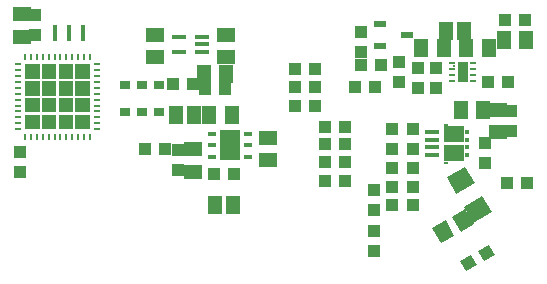
<source format=gbr>
G04 EAGLE Gerber RS-274X export*
G75*
%MOMM*%
%FSLAX34Y34*%
%LPD*%
%INSolderpaste Bottom*%
%IPPOS*%
%AMOC8*
5,1,8,0,0,1.08239X$1,22.5*%
G01*
%ADD10R,0.400000X1.399997*%
%ADD11R,1.100000X1.000000*%
%ADD12R,1.000000X1.100000*%
%ADD13R,1.500000X1.300000*%
%ADD14R,0.254000X0.550000*%
%ADD15R,0.550000X0.254000*%
%ADD16R,1.290000X0.400000*%
%ADD17R,0.460000X0.420000*%
%ADD18R,1.760000X1.390000*%
%ADD19R,0.300000X0.210000*%
%ADD20R,0.500000X0.290000*%
%ADD21R,0.870000X1.700000*%
%ADD22R,0.200000X0.210000*%
%ADD23R,1.200000X0.400000*%
%ADD24R,1.300000X1.500000*%
%ADD25R,1.168400X1.600200*%
%ADD26R,1.600000X1.803000*%
%ADD27R,1.050000X0.600000*%
%ADD28R,0.700000X0.400000*%
%ADD29R,1.750000X2.500000*%
%ADD30R,0.900000X0.800000*%

G36*
X-150350Y115111D02*
X-150350Y115111D01*
X-150348Y115110D01*
X-150305Y115130D01*
X-150261Y115149D01*
X-150261Y115151D01*
X-150259Y115152D01*
X-150226Y115237D01*
X-150226Y127461D01*
X-150227Y127463D01*
X-150226Y127465D01*
X-150246Y127508D01*
X-150264Y127551D01*
X-150266Y127552D01*
X-150267Y127554D01*
X-150352Y127587D01*
X-162576Y127587D01*
X-162578Y127586D01*
X-162580Y127587D01*
X-162623Y127567D01*
X-162667Y127548D01*
X-162667Y127546D01*
X-162669Y127545D01*
X-162702Y127461D01*
X-162702Y115237D01*
X-162701Y115235D01*
X-162702Y115232D01*
X-162682Y115189D01*
X-162664Y115146D01*
X-162662Y115145D01*
X-162661Y115143D01*
X-162576Y115110D01*
X-150352Y115110D01*
X-150350Y115111D01*
G37*
G36*
X-164574Y115111D02*
X-164574Y115111D01*
X-164572Y115110D01*
X-164529Y115130D01*
X-164485Y115149D01*
X-164485Y115151D01*
X-164483Y115152D01*
X-164450Y115237D01*
X-164450Y127461D01*
X-164451Y127463D01*
X-164450Y127465D01*
X-164470Y127508D01*
X-164488Y127551D01*
X-164490Y127552D01*
X-164491Y127554D01*
X-164576Y127587D01*
X-176800Y127587D01*
X-176802Y127586D01*
X-176804Y127587D01*
X-176847Y127567D01*
X-176891Y127548D01*
X-176891Y127546D01*
X-176893Y127545D01*
X-176926Y127461D01*
X-176926Y115237D01*
X-176925Y115235D01*
X-176926Y115232D01*
X-176906Y115189D01*
X-176888Y115146D01*
X-176886Y115145D01*
X-176885Y115143D01*
X-176800Y115110D01*
X-164576Y115110D01*
X-164574Y115111D01*
G37*
G36*
X-178798Y115111D02*
X-178798Y115111D01*
X-178796Y115110D01*
X-178753Y115130D01*
X-178709Y115149D01*
X-178709Y115151D01*
X-178707Y115152D01*
X-178674Y115237D01*
X-178674Y127461D01*
X-178675Y127463D01*
X-178674Y127465D01*
X-178694Y127508D01*
X-178712Y127551D01*
X-178714Y127552D01*
X-178715Y127554D01*
X-178800Y127587D01*
X-191024Y127587D01*
X-191026Y127586D01*
X-191028Y127587D01*
X-191071Y127567D01*
X-191115Y127548D01*
X-191115Y127546D01*
X-191117Y127545D01*
X-191150Y127461D01*
X-191150Y115237D01*
X-191149Y115235D01*
X-191150Y115232D01*
X-191130Y115189D01*
X-191112Y115146D01*
X-191110Y115145D01*
X-191109Y115143D01*
X-191024Y115110D01*
X-178800Y115110D01*
X-178798Y115111D01*
G37*
G36*
X-193022Y115111D02*
X-193022Y115111D01*
X-193020Y115110D01*
X-192977Y115130D01*
X-192933Y115149D01*
X-192933Y115151D01*
X-192931Y115152D01*
X-192898Y115237D01*
X-192898Y127461D01*
X-192899Y127463D01*
X-192898Y127465D01*
X-192918Y127508D01*
X-192936Y127551D01*
X-192938Y127552D01*
X-192939Y127554D01*
X-193024Y127587D01*
X-205248Y127587D01*
X-205250Y127586D01*
X-205252Y127587D01*
X-205295Y127567D01*
X-205339Y127548D01*
X-205339Y127546D01*
X-205341Y127545D01*
X-205374Y127461D01*
X-205374Y115237D01*
X-205373Y115235D01*
X-205374Y115232D01*
X-205354Y115189D01*
X-205336Y115146D01*
X-205334Y115145D01*
X-205333Y115143D01*
X-205248Y115110D01*
X-193024Y115110D01*
X-193022Y115111D01*
G37*
G36*
X-150350Y100887D02*
X-150350Y100887D01*
X-150348Y100886D01*
X-150305Y100906D01*
X-150261Y100925D01*
X-150261Y100927D01*
X-150259Y100928D01*
X-150226Y101013D01*
X-150226Y113237D01*
X-150227Y113239D01*
X-150226Y113241D01*
X-150246Y113284D01*
X-150264Y113327D01*
X-150266Y113328D01*
X-150267Y113330D01*
X-150352Y113363D01*
X-162576Y113363D01*
X-162578Y113362D01*
X-162580Y113363D01*
X-162623Y113343D01*
X-162667Y113324D01*
X-162667Y113322D01*
X-162669Y113321D01*
X-162702Y113237D01*
X-162702Y101013D01*
X-162701Y101011D01*
X-162702Y101008D01*
X-162682Y100965D01*
X-162664Y100922D01*
X-162662Y100921D01*
X-162661Y100919D01*
X-162576Y100886D01*
X-150352Y100886D01*
X-150350Y100887D01*
G37*
G36*
X-193022Y100887D02*
X-193022Y100887D01*
X-193020Y100886D01*
X-192977Y100906D01*
X-192933Y100925D01*
X-192933Y100927D01*
X-192931Y100928D01*
X-192898Y101013D01*
X-192898Y113237D01*
X-192899Y113239D01*
X-192898Y113241D01*
X-192918Y113284D01*
X-192936Y113327D01*
X-192938Y113328D01*
X-192939Y113330D01*
X-193024Y113363D01*
X-205248Y113363D01*
X-205250Y113362D01*
X-205252Y113363D01*
X-205295Y113343D01*
X-205339Y113324D01*
X-205339Y113322D01*
X-205341Y113321D01*
X-205374Y113237D01*
X-205374Y101013D01*
X-205373Y101011D01*
X-205374Y101008D01*
X-205354Y100965D01*
X-205336Y100922D01*
X-205334Y100921D01*
X-205333Y100919D01*
X-205248Y100886D01*
X-193024Y100886D01*
X-193022Y100887D01*
G37*
G36*
X-178798Y100887D02*
X-178798Y100887D01*
X-178796Y100886D01*
X-178753Y100906D01*
X-178709Y100925D01*
X-178709Y100927D01*
X-178707Y100928D01*
X-178674Y101013D01*
X-178674Y113237D01*
X-178675Y113239D01*
X-178674Y113241D01*
X-178694Y113284D01*
X-178712Y113327D01*
X-178714Y113328D01*
X-178715Y113330D01*
X-178800Y113363D01*
X-191024Y113363D01*
X-191026Y113362D01*
X-191028Y113363D01*
X-191071Y113343D01*
X-191115Y113324D01*
X-191115Y113322D01*
X-191117Y113321D01*
X-191150Y113237D01*
X-191150Y101013D01*
X-191149Y101011D01*
X-191150Y101008D01*
X-191130Y100965D01*
X-191112Y100922D01*
X-191110Y100921D01*
X-191109Y100919D01*
X-191024Y100886D01*
X-178800Y100886D01*
X-178798Y100887D01*
G37*
G36*
X-164574Y100887D02*
X-164574Y100887D01*
X-164572Y100886D01*
X-164529Y100906D01*
X-164485Y100925D01*
X-164485Y100927D01*
X-164483Y100928D01*
X-164450Y101013D01*
X-164450Y113237D01*
X-164451Y113239D01*
X-164450Y113241D01*
X-164470Y113284D01*
X-164488Y113327D01*
X-164490Y113328D01*
X-164491Y113330D01*
X-164576Y113363D01*
X-176800Y113363D01*
X-176802Y113362D01*
X-176804Y113363D01*
X-176847Y113343D01*
X-176891Y113324D01*
X-176891Y113322D01*
X-176893Y113321D01*
X-176926Y113237D01*
X-176926Y101013D01*
X-176925Y101011D01*
X-176926Y101008D01*
X-176906Y100965D01*
X-176888Y100922D01*
X-176886Y100921D01*
X-176885Y100919D01*
X-176800Y100886D01*
X-164576Y100886D01*
X-164574Y100887D01*
G37*
G36*
X-178798Y86663D02*
X-178798Y86663D01*
X-178796Y86662D01*
X-178753Y86682D01*
X-178709Y86701D01*
X-178709Y86703D01*
X-178707Y86704D01*
X-178674Y86789D01*
X-178674Y99013D01*
X-178675Y99015D01*
X-178674Y99017D01*
X-178694Y99060D01*
X-178712Y99103D01*
X-178714Y99104D01*
X-178715Y99106D01*
X-178800Y99139D01*
X-191024Y99139D01*
X-191026Y99138D01*
X-191028Y99139D01*
X-191071Y99119D01*
X-191115Y99100D01*
X-191115Y99098D01*
X-191117Y99097D01*
X-191150Y99013D01*
X-191150Y86789D01*
X-191149Y86787D01*
X-191150Y86784D01*
X-191130Y86741D01*
X-191112Y86698D01*
X-191110Y86697D01*
X-191109Y86695D01*
X-191024Y86662D01*
X-178800Y86662D01*
X-178798Y86663D01*
G37*
G36*
X-150350Y86663D02*
X-150350Y86663D01*
X-150348Y86662D01*
X-150305Y86682D01*
X-150261Y86701D01*
X-150261Y86703D01*
X-150259Y86704D01*
X-150226Y86789D01*
X-150226Y99013D01*
X-150227Y99015D01*
X-150226Y99017D01*
X-150246Y99060D01*
X-150264Y99103D01*
X-150266Y99104D01*
X-150267Y99106D01*
X-150352Y99139D01*
X-162576Y99139D01*
X-162578Y99138D01*
X-162580Y99139D01*
X-162623Y99119D01*
X-162667Y99100D01*
X-162667Y99098D01*
X-162669Y99097D01*
X-162702Y99013D01*
X-162702Y86789D01*
X-162701Y86787D01*
X-162702Y86784D01*
X-162682Y86741D01*
X-162664Y86698D01*
X-162662Y86697D01*
X-162661Y86695D01*
X-162576Y86662D01*
X-150352Y86662D01*
X-150350Y86663D01*
G37*
G36*
X-164574Y86663D02*
X-164574Y86663D01*
X-164572Y86662D01*
X-164529Y86682D01*
X-164485Y86701D01*
X-164485Y86703D01*
X-164483Y86704D01*
X-164450Y86789D01*
X-164450Y99013D01*
X-164451Y99015D01*
X-164450Y99017D01*
X-164470Y99060D01*
X-164488Y99103D01*
X-164490Y99104D01*
X-164491Y99106D01*
X-164576Y99139D01*
X-176800Y99139D01*
X-176802Y99138D01*
X-176804Y99139D01*
X-176847Y99119D01*
X-176891Y99100D01*
X-176891Y99098D01*
X-176893Y99097D01*
X-176926Y99013D01*
X-176926Y86789D01*
X-176925Y86787D01*
X-176926Y86784D01*
X-176906Y86741D01*
X-176888Y86698D01*
X-176886Y86697D01*
X-176885Y86695D01*
X-176800Y86662D01*
X-164576Y86662D01*
X-164574Y86663D01*
G37*
G36*
X-193022Y86663D02*
X-193022Y86663D01*
X-193020Y86662D01*
X-192977Y86682D01*
X-192933Y86701D01*
X-192933Y86703D01*
X-192931Y86704D01*
X-192898Y86789D01*
X-192898Y99013D01*
X-192899Y99015D01*
X-192898Y99017D01*
X-192918Y99060D01*
X-192936Y99103D01*
X-192938Y99104D01*
X-192939Y99106D01*
X-193024Y99139D01*
X-205248Y99139D01*
X-205250Y99138D01*
X-205252Y99139D01*
X-205295Y99119D01*
X-205339Y99100D01*
X-205339Y99098D01*
X-205341Y99097D01*
X-205374Y99013D01*
X-205374Y86789D01*
X-205373Y86787D01*
X-205374Y86784D01*
X-205354Y86741D01*
X-205336Y86698D01*
X-205334Y86697D01*
X-205333Y86695D01*
X-205248Y86662D01*
X-193024Y86662D01*
X-193022Y86663D01*
G37*
G36*
X-164574Y72439D02*
X-164574Y72439D01*
X-164572Y72438D01*
X-164529Y72458D01*
X-164485Y72477D01*
X-164485Y72479D01*
X-164483Y72480D01*
X-164450Y72565D01*
X-164450Y84789D01*
X-164451Y84791D01*
X-164450Y84793D01*
X-164470Y84836D01*
X-164488Y84879D01*
X-164490Y84880D01*
X-164491Y84882D01*
X-164576Y84915D01*
X-176800Y84915D01*
X-176802Y84914D01*
X-176804Y84915D01*
X-176847Y84895D01*
X-176891Y84876D01*
X-176891Y84874D01*
X-176893Y84873D01*
X-176926Y84789D01*
X-176926Y72565D01*
X-176925Y72563D01*
X-176926Y72560D01*
X-176906Y72517D01*
X-176888Y72474D01*
X-176886Y72473D01*
X-176885Y72471D01*
X-176800Y72438D01*
X-164576Y72438D01*
X-164574Y72439D01*
G37*
G36*
X-178798Y72439D02*
X-178798Y72439D01*
X-178796Y72438D01*
X-178753Y72458D01*
X-178709Y72477D01*
X-178709Y72479D01*
X-178707Y72480D01*
X-178674Y72565D01*
X-178674Y84789D01*
X-178675Y84791D01*
X-178674Y84793D01*
X-178694Y84836D01*
X-178712Y84879D01*
X-178714Y84880D01*
X-178715Y84882D01*
X-178800Y84915D01*
X-191024Y84915D01*
X-191026Y84914D01*
X-191028Y84915D01*
X-191071Y84895D01*
X-191115Y84876D01*
X-191115Y84874D01*
X-191117Y84873D01*
X-191150Y84789D01*
X-191150Y72565D01*
X-191149Y72563D01*
X-191150Y72560D01*
X-191130Y72517D01*
X-191112Y72474D01*
X-191110Y72473D01*
X-191109Y72471D01*
X-191024Y72438D01*
X-178800Y72438D01*
X-178798Y72439D01*
G37*
G36*
X-193022Y72439D02*
X-193022Y72439D01*
X-193020Y72438D01*
X-192977Y72458D01*
X-192933Y72477D01*
X-192933Y72479D01*
X-192931Y72480D01*
X-192898Y72565D01*
X-192898Y84789D01*
X-192899Y84791D01*
X-192898Y84793D01*
X-192918Y84836D01*
X-192936Y84879D01*
X-192938Y84880D01*
X-192939Y84882D01*
X-193024Y84915D01*
X-205248Y84915D01*
X-205250Y84914D01*
X-205252Y84915D01*
X-205295Y84895D01*
X-205339Y84876D01*
X-205339Y84874D01*
X-205341Y84873D01*
X-205374Y84789D01*
X-205374Y72565D01*
X-205373Y72563D01*
X-205374Y72560D01*
X-205354Y72517D01*
X-205336Y72474D01*
X-205334Y72473D01*
X-205333Y72471D01*
X-205248Y72438D01*
X-193024Y72438D01*
X-193022Y72439D01*
G37*
G36*
X-150350Y72439D02*
X-150350Y72439D01*
X-150348Y72438D01*
X-150305Y72458D01*
X-150261Y72477D01*
X-150261Y72479D01*
X-150259Y72480D01*
X-150226Y72565D01*
X-150226Y84789D01*
X-150227Y84791D01*
X-150226Y84793D01*
X-150246Y84836D01*
X-150264Y84879D01*
X-150266Y84880D01*
X-150267Y84882D01*
X-150352Y84915D01*
X-162576Y84915D01*
X-162578Y84914D01*
X-162580Y84915D01*
X-162623Y84895D01*
X-162667Y84876D01*
X-162667Y84874D01*
X-162669Y84873D01*
X-162702Y84789D01*
X-162702Y72565D01*
X-162701Y72563D01*
X-162702Y72560D01*
X-162682Y72517D01*
X-162664Y72474D01*
X-162662Y72473D01*
X-162661Y72471D01*
X-162576Y72438D01*
X-150352Y72438D01*
X-150350Y72439D01*
G37*
D10*
X-156275Y153988D03*
X-168275Y153988D03*
X-180275Y153988D03*
D11*
X-209550Y35950D03*
X-209550Y52950D03*
D12*
X-196850Y151838D03*
X-196850Y168838D03*
D13*
X-207963Y150838D03*
X-207963Y169838D03*
D14*
X-205307Y133813D03*
X-200306Y133813D03*
X-195304Y133813D03*
X-190303Y133813D03*
X-185302Y133813D03*
X-180301Y133813D03*
X-175299Y133813D03*
X-170298Y133813D03*
X-165297Y133813D03*
X-160296Y133813D03*
X-155294Y133813D03*
X-150293Y133813D03*
D15*
X-144000Y127520D03*
X-144000Y122519D03*
X-144000Y117517D03*
X-144000Y112516D03*
X-144000Y107515D03*
X-144000Y102514D03*
X-144000Y97512D03*
X-144000Y92511D03*
X-144000Y87510D03*
X-144000Y82509D03*
X-144000Y77507D03*
X-144000Y72506D03*
D14*
X-150293Y66213D03*
X-155294Y66213D03*
X-160296Y66213D03*
X-165297Y66213D03*
X-170298Y66213D03*
X-175299Y66213D03*
X-180301Y66213D03*
X-185302Y66213D03*
X-190303Y66213D03*
X-195304Y66213D03*
X-200306Y66213D03*
X-205307Y66213D03*
D15*
X-211600Y72506D03*
X-211600Y77507D03*
X-211600Y82509D03*
X-211600Y87510D03*
X-211600Y92511D03*
X-211600Y97512D03*
X-211600Y102514D03*
X-211600Y107515D03*
X-211600Y112516D03*
X-211600Y117517D03*
X-211600Y122519D03*
X-211600Y127520D03*
D12*
X122800Y55563D03*
X105800Y55563D03*
X122800Y73025D03*
X105800Y73025D03*
D11*
X65650Y60325D03*
X48650Y60325D03*
D12*
X65650Y74613D03*
X48650Y74613D03*
D11*
X184150Y60888D03*
X184150Y43888D03*
X65650Y28575D03*
X48650Y28575D03*
D12*
X90488Y4200D03*
X90488Y21200D03*
D11*
X122800Y39688D03*
X105800Y39688D03*
D12*
X65650Y44450D03*
X48650Y44450D03*
D11*
X90488Y-30725D03*
X90488Y-13725D03*
D16*
X138980Y50575D03*
X138980Y57075D03*
X138980Y63575D03*
X138980Y70075D03*
D17*
X169280Y70075D03*
X169280Y63575D03*
X169280Y57075D03*
X169280Y50575D03*
D18*
X158230Y52225D03*
X158230Y68425D03*
D19*
X150930Y44275D03*
X150930Y76375D03*
D20*
X174100Y128150D03*
X174100Y123150D03*
X174100Y118150D03*
X174100Y113150D03*
X156100Y113150D03*
X156100Y118150D03*
X156100Y123150D03*
X156100Y128150D03*
D21*
X165100Y120650D03*
D22*
X157600Y125650D03*
D13*
X-34925Y152375D03*
X-34925Y133375D03*
X-95250Y152375D03*
X-95250Y133375D03*
D12*
X-52950Y106363D03*
X-35950Y106363D03*
D23*
X-55588Y150963D03*
X-55588Y144463D03*
X-55588Y137963D03*
X-74588Y137963D03*
X-74588Y150963D03*
D24*
X168300Y141288D03*
X187300Y141288D03*
X149200Y141288D03*
X130200Y141288D03*
D11*
X203763Y112713D03*
X186763Y112713D03*
D12*
X23250Y123825D03*
X40250Y123825D03*
X40250Y107950D03*
X23250Y107950D03*
D11*
X23250Y92075D03*
X40250Y92075D03*
D25*
X166370Y155575D03*
X151130Y155575D03*
X-28893Y7938D03*
X-44133Y7938D03*
D24*
X-30188Y84138D03*
X-49188Y84138D03*
D13*
X0Y46063D03*
X0Y65063D03*
D11*
X-76200Y37538D03*
X-76200Y54538D03*
X142875Y124388D03*
X142875Y107388D03*
D12*
X127000Y107388D03*
X127000Y124388D03*
X202638Y26988D03*
X219638Y26988D03*
D11*
G36*
X177702Y-42343D02*
X168176Y-47843D01*
X163176Y-39183D01*
X172702Y-33683D01*
X177702Y-42343D01*
G37*
G36*
X192424Y-33843D02*
X182898Y-39343D01*
X177898Y-30683D01*
X187424Y-25183D01*
X192424Y-33843D01*
G37*
D24*
X182538Y88900D03*
X163538Y88900D03*
D26*
G36*
X174172Y-6868D02*
X166172Y6987D01*
X181786Y16002D01*
X189786Y2147D01*
X174172Y-6868D01*
G37*
G36*
X159952Y17761D02*
X151952Y31616D01*
X167566Y40631D01*
X175566Y26776D01*
X159952Y17761D01*
G37*
D12*
X122800Y23813D03*
X105800Y23813D03*
D11*
X122800Y7938D03*
X105800Y7938D03*
D12*
X95813Y127000D03*
X78813Y127000D03*
X74050Y107950D03*
X91050Y107950D03*
D27*
X94863Y142900D03*
X94863Y161900D03*
X117863Y152400D03*
D11*
X79375Y154550D03*
X79375Y137550D03*
D12*
X-79938Y111125D03*
X-62938Y111125D03*
D24*
X-34950Y119063D03*
X-53950Y119063D03*
D12*
X-103750Y55563D03*
X-86750Y55563D03*
D13*
X-63500Y36538D03*
X-63500Y55538D03*
D28*
X-16750Y68238D03*
X-16750Y58738D03*
X-16750Y49238D03*
X-46750Y49238D03*
X-46750Y58738D03*
X-46750Y68238D03*
D29*
X-31750Y58738D03*
D12*
X201050Y165100D03*
X218050Y165100D03*
D24*
X200050Y147638D03*
X219050Y147638D03*
D30*
X-106363Y109925D03*
X-106363Y86925D03*
X-120650Y109925D03*
X-120650Y86925D03*
X-92075Y109925D03*
X-92075Y86925D03*
D25*
X-77470Y84138D03*
X-62230Y84138D03*
D13*
X195263Y88875D03*
X195263Y69875D03*
D11*
X111125Y129150D03*
X111125Y112150D03*
D12*
X-45013Y34925D03*
X-28013Y34925D03*
X206375Y70875D03*
X206375Y87875D03*
D24*
G36*
X156011Y-1530D02*
X167269Y4970D01*
X174769Y-8020D01*
X163511Y-14520D01*
X156011Y-1530D01*
G37*
G36*
X139556Y-11030D02*
X150814Y-4530D01*
X158314Y-17520D01*
X147056Y-24020D01*
X139556Y-11030D01*
G37*
M02*

</source>
